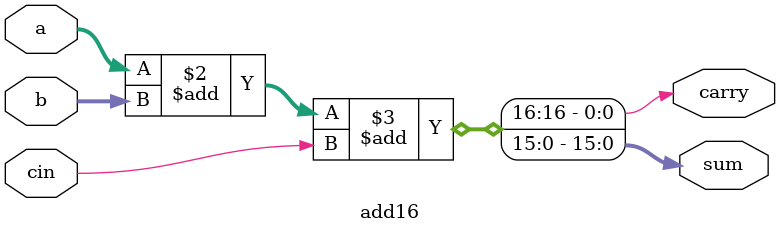
<source format=v>
module top_module(
    input [31:0] a,
    input [31:0] b,
    output [31:0] sum
);
    wire sel,w4,w5;
  wire [15:0] w2,w3;
    add16 a1 (a[15:0], b[15:0],1'b0 ,sum[15:0],sel);
  add16 a2 (a[31:16], b[31:16],1'b0,w2,w4);
  add16 a3 (a[31:16], b[31:16],1'b1,w3,w5);
    
    assign sum[31:16] = sel ? w3 : w2  ;
    
endmodule

module add16(a,b,cin,sum,carry);
  input [15:0] a,b;
  output reg [15:0] sum;
  input cin;
  output reg carry;
  
  always @(*)
    begin
      
      {carry,sum} =  a + b + cin ;
      
    end
  
  
endmodule 

</source>
